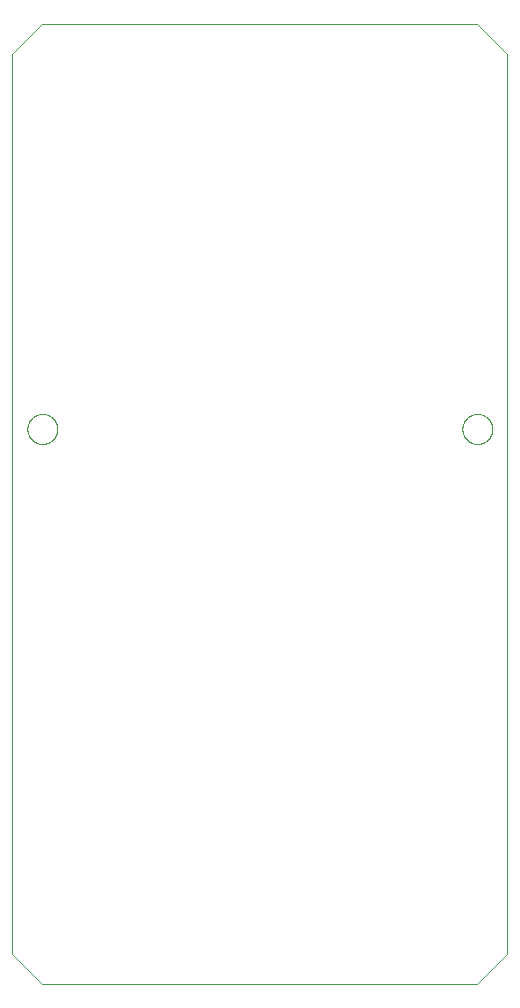
<source format=gm1>
G75*
%MOIN*%
%OFA0B0*%
%FSLAX25Y25*%
%IPPOS*%
%LPD*%
%AMOC8*
5,1,8,0,0,1.08239X$1,22.5*
%
%ADD10C,0.00000*%
D10*
X0026394Y0028933D02*
X0016394Y0038933D01*
X0016394Y0338933D01*
X0026394Y0348933D01*
X0171394Y0348933D01*
X0181394Y0338933D01*
X0181394Y0038933D01*
X0171394Y0028933D01*
X0026394Y0028933D01*
X0021394Y0213933D02*
X0021396Y0214074D01*
X0021402Y0214215D01*
X0021412Y0214355D01*
X0021426Y0214495D01*
X0021444Y0214635D01*
X0021465Y0214774D01*
X0021491Y0214913D01*
X0021520Y0215051D01*
X0021554Y0215187D01*
X0021591Y0215323D01*
X0021632Y0215458D01*
X0021677Y0215592D01*
X0021726Y0215724D01*
X0021778Y0215855D01*
X0021834Y0215984D01*
X0021894Y0216111D01*
X0021957Y0216237D01*
X0022023Y0216361D01*
X0022094Y0216484D01*
X0022167Y0216604D01*
X0022244Y0216722D01*
X0022324Y0216838D01*
X0022408Y0216951D01*
X0022494Y0217062D01*
X0022584Y0217171D01*
X0022677Y0217277D01*
X0022772Y0217380D01*
X0022871Y0217481D01*
X0022972Y0217579D01*
X0023076Y0217674D01*
X0023183Y0217766D01*
X0023292Y0217855D01*
X0023404Y0217940D01*
X0023518Y0218023D01*
X0023634Y0218103D01*
X0023753Y0218179D01*
X0023874Y0218251D01*
X0023996Y0218321D01*
X0024121Y0218386D01*
X0024247Y0218449D01*
X0024375Y0218507D01*
X0024505Y0218562D01*
X0024636Y0218614D01*
X0024769Y0218661D01*
X0024903Y0218705D01*
X0025038Y0218746D01*
X0025174Y0218782D01*
X0025311Y0218814D01*
X0025449Y0218843D01*
X0025587Y0218868D01*
X0025727Y0218888D01*
X0025867Y0218905D01*
X0026007Y0218918D01*
X0026148Y0218927D01*
X0026288Y0218932D01*
X0026429Y0218933D01*
X0026570Y0218930D01*
X0026711Y0218923D01*
X0026851Y0218912D01*
X0026991Y0218897D01*
X0027131Y0218878D01*
X0027270Y0218856D01*
X0027408Y0218829D01*
X0027546Y0218799D01*
X0027682Y0218764D01*
X0027818Y0218726D01*
X0027952Y0218684D01*
X0028086Y0218638D01*
X0028218Y0218589D01*
X0028348Y0218535D01*
X0028477Y0218478D01*
X0028604Y0218418D01*
X0028730Y0218354D01*
X0028853Y0218286D01*
X0028975Y0218215D01*
X0029095Y0218141D01*
X0029212Y0218063D01*
X0029327Y0217982D01*
X0029440Y0217898D01*
X0029551Y0217811D01*
X0029659Y0217720D01*
X0029764Y0217627D01*
X0029867Y0217530D01*
X0029967Y0217431D01*
X0030064Y0217329D01*
X0030158Y0217224D01*
X0030249Y0217117D01*
X0030337Y0217007D01*
X0030422Y0216895D01*
X0030504Y0216780D01*
X0030583Y0216663D01*
X0030658Y0216544D01*
X0030730Y0216423D01*
X0030798Y0216300D01*
X0030863Y0216175D01*
X0030925Y0216048D01*
X0030982Y0215919D01*
X0031037Y0215789D01*
X0031087Y0215658D01*
X0031134Y0215525D01*
X0031177Y0215391D01*
X0031216Y0215255D01*
X0031251Y0215119D01*
X0031283Y0214982D01*
X0031310Y0214844D01*
X0031334Y0214705D01*
X0031354Y0214565D01*
X0031370Y0214425D01*
X0031382Y0214285D01*
X0031390Y0214144D01*
X0031394Y0214003D01*
X0031394Y0213863D01*
X0031390Y0213722D01*
X0031382Y0213581D01*
X0031370Y0213441D01*
X0031354Y0213301D01*
X0031334Y0213161D01*
X0031310Y0213022D01*
X0031283Y0212884D01*
X0031251Y0212747D01*
X0031216Y0212611D01*
X0031177Y0212475D01*
X0031134Y0212341D01*
X0031087Y0212208D01*
X0031037Y0212077D01*
X0030982Y0211947D01*
X0030925Y0211818D01*
X0030863Y0211691D01*
X0030798Y0211566D01*
X0030730Y0211443D01*
X0030658Y0211322D01*
X0030583Y0211203D01*
X0030504Y0211086D01*
X0030422Y0210971D01*
X0030337Y0210859D01*
X0030249Y0210749D01*
X0030158Y0210642D01*
X0030064Y0210537D01*
X0029967Y0210435D01*
X0029867Y0210336D01*
X0029764Y0210239D01*
X0029659Y0210146D01*
X0029551Y0210055D01*
X0029440Y0209968D01*
X0029327Y0209884D01*
X0029212Y0209803D01*
X0029095Y0209725D01*
X0028975Y0209651D01*
X0028853Y0209580D01*
X0028730Y0209512D01*
X0028604Y0209448D01*
X0028477Y0209388D01*
X0028348Y0209331D01*
X0028218Y0209277D01*
X0028086Y0209228D01*
X0027952Y0209182D01*
X0027818Y0209140D01*
X0027682Y0209102D01*
X0027546Y0209067D01*
X0027408Y0209037D01*
X0027270Y0209010D01*
X0027131Y0208988D01*
X0026991Y0208969D01*
X0026851Y0208954D01*
X0026711Y0208943D01*
X0026570Y0208936D01*
X0026429Y0208933D01*
X0026288Y0208934D01*
X0026148Y0208939D01*
X0026007Y0208948D01*
X0025867Y0208961D01*
X0025727Y0208978D01*
X0025587Y0208998D01*
X0025449Y0209023D01*
X0025311Y0209052D01*
X0025174Y0209084D01*
X0025038Y0209120D01*
X0024903Y0209161D01*
X0024769Y0209205D01*
X0024636Y0209252D01*
X0024505Y0209304D01*
X0024375Y0209359D01*
X0024247Y0209417D01*
X0024121Y0209480D01*
X0023996Y0209545D01*
X0023874Y0209615D01*
X0023753Y0209687D01*
X0023634Y0209763D01*
X0023518Y0209843D01*
X0023404Y0209926D01*
X0023292Y0210011D01*
X0023183Y0210100D01*
X0023076Y0210192D01*
X0022972Y0210287D01*
X0022871Y0210385D01*
X0022772Y0210486D01*
X0022677Y0210589D01*
X0022584Y0210695D01*
X0022494Y0210804D01*
X0022408Y0210915D01*
X0022324Y0211028D01*
X0022244Y0211144D01*
X0022167Y0211262D01*
X0022094Y0211382D01*
X0022023Y0211505D01*
X0021957Y0211629D01*
X0021894Y0211755D01*
X0021834Y0211882D01*
X0021778Y0212011D01*
X0021726Y0212142D01*
X0021677Y0212274D01*
X0021632Y0212408D01*
X0021591Y0212543D01*
X0021554Y0212679D01*
X0021520Y0212815D01*
X0021491Y0212953D01*
X0021465Y0213092D01*
X0021444Y0213231D01*
X0021426Y0213371D01*
X0021412Y0213511D01*
X0021402Y0213651D01*
X0021396Y0213792D01*
X0021394Y0213933D01*
X0166394Y0213933D02*
X0166396Y0214074D01*
X0166402Y0214215D01*
X0166412Y0214355D01*
X0166426Y0214495D01*
X0166444Y0214635D01*
X0166465Y0214774D01*
X0166491Y0214913D01*
X0166520Y0215051D01*
X0166554Y0215187D01*
X0166591Y0215323D01*
X0166632Y0215458D01*
X0166677Y0215592D01*
X0166726Y0215724D01*
X0166778Y0215855D01*
X0166834Y0215984D01*
X0166894Y0216111D01*
X0166957Y0216237D01*
X0167023Y0216361D01*
X0167094Y0216484D01*
X0167167Y0216604D01*
X0167244Y0216722D01*
X0167324Y0216838D01*
X0167408Y0216951D01*
X0167494Y0217062D01*
X0167584Y0217171D01*
X0167677Y0217277D01*
X0167772Y0217380D01*
X0167871Y0217481D01*
X0167972Y0217579D01*
X0168076Y0217674D01*
X0168183Y0217766D01*
X0168292Y0217855D01*
X0168404Y0217940D01*
X0168518Y0218023D01*
X0168634Y0218103D01*
X0168753Y0218179D01*
X0168874Y0218251D01*
X0168996Y0218321D01*
X0169121Y0218386D01*
X0169247Y0218449D01*
X0169375Y0218507D01*
X0169505Y0218562D01*
X0169636Y0218614D01*
X0169769Y0218661D01*
X0169903Y0218705D01*
X0170038Y0218746D01*
X0170174Y0218782D01*
X0170311Y0218814D01*
X0170449Y0218843D01*
X0170587Y0218868D01*
X0170727Y0218888D01*
X0170867Y0218905D01*
X0171007Y0218918D01*
X0171148Y0218927D01*
X0171288Y0218932D01*
X0171429Y0218933D01*
X0171570Y0218930D01*
X0171711Y0218923D01*
X0171851Y0218912D01*
X0171991Y0218897D01*
X0172131Y0218878D01*
X0172270Y0218856D01*
X0172408Y0218829D01*
X0172546Y0218799D01*
X0172682Y0218764D01*
X0172818Y0218726D01*
X0172952Y0218684D01*
X0173086Y0218638D01*
X0173218Y0218589D01*
X0173348Y0218535D01*
X0173477Y0218478D01*
X0173604Y0218418D01*
X0173730Y0218354D01*
X0173853Y0218286D01*
X0173975Y0218215D01*
X0174095Y0218141D01*
X0174212Y0218063D01*
X0174327Y0217982D01*
X0174440Y0217898D01*
X0174551Y0217811D01*
X0174659Y0217720D01*
X0174764Y0217627D01*
X0174867Y0217530D01*
X0174967Y0217431D01*
X0175064Y0217329D01*
X0175158Y0217224D01*
X0175249Y0217117D01*
X0175337Y0217007D01*
X0175422Y0216895D01*
X0175504Y0216780D01*
X0175583Y0216663D01*
X0175658Y0216544D01*
X0175730Y0216423D01*
X0175798Y0216300D01*
X0175863Y0216175D01*
X0175925Y0216048D01*
X0175982Y0215919D01*
X0176037Y0215789D01*
X0176087Y0215658D01*
X0176134Y0215525D01*
X0176177Y0215391D01*
X0176216Y0215255D01*
X0176251Y0215119D01*
X0176283Y0214982D01*
X0176310Y0214844D01*
X0176334Y0214705D01*
X0176354Y0214565D01*
X0176370Y0214425D01*
X0176382Y0214285D01*
X0176390Y0214144D01*
X0176394Y0214003D01*
X0176394Y0213863D01*
X0176390Y0213722D01*
X0176382Y0213581D01*
X0176370Y0213441D01*
X0176354Y0213301D01*
X0176334Y0213161D01*
X0176310Y0213022D01*
X0176283Y0212884D01*
X0176251Y0212747D01*
X0176216Y0212611D01*
X0176177Y0212475D01*
X0176134Y0212341D01*
X0176087Y0212208D01*
X0176037Y0212077D01*
X0175982Y0211947D01*
X0175925Y0211818D01*
X0175863Y0211691D01*
X0175798Y0211566D01*
X0175730Y0211443D01*
X0175658Y0211322D01*
X0175583Y0211203D01*
X0175504Y0211086D01*
X0175422Y0210971D01*
X0175337Y0210859D01*
X0175249Y0210749D01*
X0175158Y0210642D01*
X0175064Y0210537D01*
X0174967Y0210435D01*
X0174867Y0210336D01*
X0174764Y0210239D01*
X0174659Y0210146D01*
X0174551Y0210055D01*
X0174440Y0209968D01*
X0174327Y0209884D01*
X0174212Y0209803D01*
X0174095Y0209725D01*
X0173975Y0209651D01*
X0173853Y0209580D01*
X0173730Y0209512D01*
X0173604Y0209448D01*
X0173477Y0209388D01*
X0173348Y0209331D01*
X0173218Y0209277D01*
X0173086Y0209228D01*
X0172952Y0209182D01*
X0172818Y0209140D01*
X0172682Y0209102D01*
X0172546Y0209067D01*
X0172408Y0209037D01*
X0172270Y0209010D01*
X0172131Y0208988D01*
X0171991Y0208969D01*
X0171851Y0208954D01*
X0171711Y0208943D01*
X0171570Y0208936D01*
X0171429Y0208933D01*
X0171288Y0208934D01*
X0171148Y0208939D01*
X0171007Y0208948D01*
X0170867Y0208961D01*
X0170727Y0208978D01*
X0170587Y0208998D01*
X0170449Y0209023D01*
X0170311Y0209052D01*
X0170174Y0209084D01*
X0170038Y0209120D01*
X0169903Y0209161D01*
X0169769Y0209205D01*
X0169636Y0209252D01*
X0169505Y0209304D01*
X0169375Y0209359D01*
X0169247Y0209417D01*
X0169121Y0209480D01*
X0168996Y0209545D01*
X0168874Y0209615D01*
X0168753Y0209687D01*
X0168634Y0209763D01*
X0168518Y0209843D01*
X0168404Y0209926D01*
X0168292Y0210011D01*
X0168183Y0210100D01*
X0168076Y0210192D01*
X0167972Y0210287D01*
X0167871Y0210385D01*
X0167772Y0210486D01*
X0167677Y0210589D01*
X0167584Y0210695D01*
X0167494Y0210804D01*
X0167408Y0210915D01*
X0167324Y0211028D01*
X0167244Y0211144D01*
X0167167Y0211262D01*
X0167094Y0211382D01*
X0167023Y0211505D01*
X0166957Y0211629D01*
X0166894Y0211755D01*
X0166834Y0211882D01*
X0166778Y0212011D01*
X0166726Y0212142D01*
X0166677Y0212274D01*
X0166632Y0212408D01*
X0166591Y0212543D01*
X0166554Y0212679D01*
X0166520Y0212815D01*
X0166491Y0212953D01*
X0166465Y0213092D01*
X0166444Y0213231D01*
X0166426Y0213371D01*
X0166412Y0213511D01*
X0166402Y0213651D01*
X0166396Y0213792D01*
X0166394Y0213933D01*
M02*

</source>
